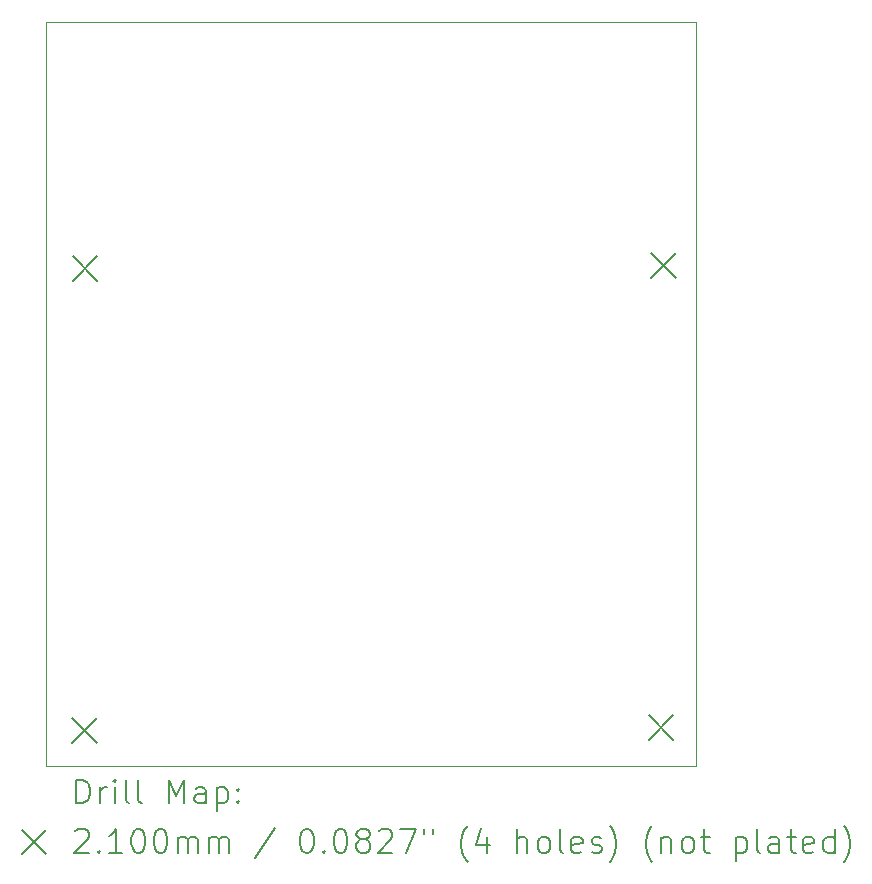
<source format=gbr>
%TF.GenerationSoftware,KiCad,Pcbnew,8.0.3*%
%TF.CreationDate,2024-12-28T18:33:24+01:00*%
%TF.ProjectId,picoballoon,7069636f-6261-46c6-9c6f-6f6e2e6b6963,rev?*%
%TF.SameCoordinates,Original*%
%TF.FileFunction,Drillmap*%
%TF.FilePolarity,Positive*%
%FSLAX45Y45*%
G04 Gerber Fmt 4.5, Leading zero omitted, Abs format (unit mm)*
G04 Created by KiCad (PCBNEW 8.0.3) date 2024-12-28 18:33:24*
%MOMM*%
%LPD*%
G01*
G04 APERTURE LIST*
%ADD10C,0.100000*%
%ADD11C,0.200000*%
%ADD12C,0.210000*%
G04 APERTURE END LIST*
D10*
X10677000Y-6601000D02*
X16177000Y-6601000D01*
X16177000Y-12901000D01*
X10677000Y-12901000D01*
X10677000Y-6601000D01*
D11*
D12*
X10899000Y-12494000D02*
X11109000Y-12704000D01*
X11109000Y-12494000D02*
X10899000Y-12704000D01*
X10901000Y-8584000D02*
X11111000Y-8794000D01*
X11111000Y-8584000D02*
X10901000Y-8794000D01*
X15778000Y-12475000D02*
X15988000Y-12685000D01*
X15988000Y-12475000D02*
X15778000Y-12685000D01*
X15796000Y-8562000D02*
X16006000Y-8772000D01*
X16006000Y-8562000D02*
X15796000Y-8772000D01*
D11*
X10932777Y-13217484D02*
X10932777Y-13017484D01*
X10932777Y-13017484D02*
X10980396Y-13017484D01*
X10980396Y-13017484D02*
X11008967Y-13027008D01*
X11008967Y-13027008D02*
X11028015Y-13046055D01*
X11028015Y-13046055D02*
X11037539Y-13065103D01*
X11037539Y-13065103D02*
X11047063Y-13103198D01*
X11047063Y-13103198D02*
X11047063Y-13131769D01*
X11047063Y-13131769D02*
X11037539Y-13169865D01*
X11037539Y-13169865D02*
X11028015Y-13188912D01*
X11028015Y-13188912D02*
X11008967Y-13207960D01*
X11008967Y-13207960D02*
X10980396Y-13217484D01*
X10980396Y-13217484D02*
X10932777Y-13217484D01*
X11132777Y-13217484D02*
X11132777Y-13084150D01*
X11132777Y-13122246D02*
X11142301Y-13103198D01*
X11142301Y-13103198D02*
X11151824Y-13093674D01*
X11151824Y-13093674D02*
X11170872Y-13084150D01*
X11170872Y-13084150D02*
X11189920Y-13084150D01*
X11256586Y-13217484D02*
X11256586Y-13084150D01*
X11256586Y-13017484D02*
X11247062Y-13027008D01*
X11247062Y-13027008D02*
X11256586Y-13036531D01*
X11256586Y-13036531D02*
X11266110Y-13027008D01*
X11266110Y-13027008D02*
X11256586Y-13017484D01*
X11256586Y-13017484D02*
X11256586Y-13036531D01*
X11380396Y-13217484D02*
X11361348Y-13207960D01*
X11361348Y-13207960D02*
X11351824Y-13188912D01*
X11351824Y-13188912D02*
X11351824Y-13017484D01*
X11485158Y-13217484D02*
X11466110Y-13207960D01*
X11466110Y-13207960D02*
X11456586Y-13188912D01*
X11456586Y-13188912D02*
X11456586Y-13017484D01*
X11713729Y-13217484D02*
X11713729Y-13017484D01*
X11713729Y-13017484D02*
X11780396Y-13160341D01*
X11780396Y-13160341D02*
X11847062Y-13017484D01*
X11847062Y-13017484D02*
X11847062Y-13217484D01*
X12028015Y-13217484D02*
X12028015Y-13112722D01*
X12028015Y-13112722D02*
X12018491Y-13093674D01*
X12018491Y-13093674D02*
X11999443Y-13084150D01*
X11999443Y-13084150D02*
X11961348Y-13084150D01*
X11961348Y-13084150D02*
X11942301Y-13093674D01*
X12028015Y-13207960D02*
X12008967Y-13217484D01*
X12008967Y-13217484D02*
X11961348Y-13217484D01*
X11961348Y-13217484D02*
X11942301Y-13207960D01*
X11942301Y-13207960D02*
X11932777Y-13188912D01*
X11932777Y-13188912D02*
X11932777Y-13169865D01*
X11932777Y-13169865D02*
X11942301Y-13150817D01*
X11942301Y-13150817D02*
X11961348Y-13141293D01*
X11961348Y-13141293D02*
X12008967Y-13141293D01*
X12008967Y-13141293D02*
X12028015Y-13131769D01*
X12123253Y-13084150D02*
X12123253Y-13284150D01*
X12123253Y-13093674D02*
X12142301Y-13084150D01*
X12142301Y-13084150D02*
X12180396Y-13084150D01*
X12180396Y-13084150D02*
X12199443Y-13093674D01*
X12199443Y-13093674D02*
X12208967Y-13103198D01*
X12208967Y-13103198D02*
X12218491Y-13122246D01*
X12218491Y-13122246D02*
X12218491Y-13179388D01*
X12218491Y-13179388D02*
X12208967Y-13198436D01*
X12208967Y-13198436D02*
X12199443Y-13207960D01*
X12199443Y-13207960D02*
X12180396Y-13217484D01*
X12180396Y-13217484D02*
X12142301Y-13217484D01*
X12142301Y-13217484D02*
X12123253Y-13207960D01*
X12304205Y-13198436D02*
X12313729Y-13207960D01*
X12313729Y-13207960D02*
X12304205Y-13217484D01*
X12304205Y-13217484D02*
X12294682Y-13207960D01*
X12294682Y-13207960D02*
X12304205Y-13198436D01*
X12304205Y-13198436D02*
X12304205Y-13217484D01*
X12304205Y-13093674D02*
X12313729Y-13103198D01*
X12313729Y-13103198D02*
X12304205Y-13112722D01*
X12304205Y-13112722D02*
X12294682Y-13103198D01*
X12294682Y-13103198D02*
X12304205Y-13093674D01*
X12304205Y-13093674D02*
X12304205Y-13112722D01*
X10472000Y-13446000D02*
X10672000Y-13646000D01*
X10672000Y-13446000D02*
X10472000Y-13646000D01*
X10923253Y-13456531D02*
X10932777Y-13447008D01*
X10932777Y-13447008D02*
X10951824Y-13437484D01*
X10951824Y-13437484D02*
X10999444Y-13437484D01*
X10999444Y-13437484D02*
X11018491Y-13447008D01*
X11018491Y-13447008D02*
X11028015Y-13456531D01*
X11028015Y-13456531D02*
X11037539Y-13475579D01*
X11037539Y-13475579D02*
X11037539Y-13494627D01*
X11037539Y-13494627D02*
X11028015Y-13523198D01*
X11028015Y-13523198D02*
X10913729Y-13637484D01*
X10913729Y-13637484D02*
X11037539Y-13637484D01*
X11123253Y-13618436D02*
X11132777Y-13627960D01*
X11132777Y-13627960D02*
X11123253Y-13637484D01*
X11123253Y-13637484D02*
X11113729Y-13627960D01*
X11113729Y-13627960D02*
X11123253Y-13618436D01*
X11123253Y-13618436D02*
X11123253Y-13637484D01*
X11323253Y-13637484D02*
X11208967Y-13637484D01*
X11266110Y-13637484D02*
X11266110Y-13437484D01*
X11266110Y-13437484D02*
X11247062Y-13466055D01*
X11247062Y-13466055D02*
X11228015Y-13485103D01*
X11228015Y-13485103D02*
X11208967Y-13494627D01*
X11447062Y-13437484D02*
X11466110Y-13437484D01*
X11466110Y-13437484D02*
X11485158Y-13447008D01*
X11485158Y-13447008D02*
X11494682Y-13456531D01*
X11494682Y-13456531D02*
X11504205Y-13475579D01*
X11504205Y-13475579D02*
X11513729Y-13513674D01*
X11513729Y-13513674D02*
X11513729Y-13561293D01*
X11513729Y-13561293D02*
X11504205Y-13599388D01*
X11504205Y-13599388D02*
X11494682Y-13618436D01*
X11494682Y-13618436D02*
X11485158Y-13627960D01*
X11485158Y-13627960D02*
X11466110Y-13637484D01*
X11466110Y-13637484D02*
X11447062Y-13637484D01*
X11447062Y-13637484D02*
X11428015Y-13627960D01*
X11428015Y-13627960D02*
X11418491Y-13618436D01*
X11418491Y-13618436D02*
X11408967Y-13599388D01*
X11408967Y-13599388D02*
X11399443Y-13561293D01*
X11399443Y-13561293D02*
X11399443Y-13513674D01*
X11399443Y-13513674D02*
X11408967Y-13475579D01*
X11408967Y-13475579D02*
X11418491Y-13456531D01*
X11418491Y-13456531D02*
X11428015Y-13447008D01*
X11428015Y-13447008D02*
X11447062Y-13437484D01*
X11637539Y-13437484D02*
X11656586Y-13437484D01*
X11656586Y-13437484D02*
X11675634Y-13447008D01*
X11675634Y-13447008D02*
X11685158Y-13456531D01*
X11685158Y-13456531D02*
X11694682Y-13475579D01*
X11694682Y-13475579D02*
X11704205Y-13513674D01*
X11704205Y-13513674D02*
X11704205Y-13561293D01*
X11704205Y-13561293D02*
X11694682Y-13599388D01*
X11694682Y-13599388D02*
X11685158Y-13618436D01*
X11685158Y-13618436D02*
X11675634Y-13627960D01*
X11675634Y-13627960D02*
X11656586Y-13637484D01*
X11656586Y-13637484D02*
X11637539Y-13637484D01*
X11637539Y-13637484D02*
X11618491Y-13627960D01*
X11618491Y-13627960D02*
X11608967Y-13618436D01*
X11608967Y-13618436D02*
X11599443Y-13599388D01*
X11599443Y-13599388D02*
X11589920Y-13561293D01*
X11589920Y-13561293D02*
X11589920Y-13513674D01*
X11589920Y-13513674D02*
X11599443Y-13475579D01*
X11599443Y-13475579D02*
X11608967Y-13456531D01*
X11608967Y-13456531D02*
X11618491Y-13447008D01*
X11618491Y-13447008D02*
X11637539Y-13437484D01*
X11789920Y-13637484D02*
X11789920Y-13504150D01*
X11789920Y-13523198D02*
X11799443Y-13513674D01*
X11799443Y-13513674D02*
X11818491Y-13504150D01*
X11818491Y-13504150D02*
X11847063Y-13504150D01*
X11847063Y-13504150D02*
X11866110Y-13513674D01*
X11866110Y-13513674D02*
X11875634Y-13532722D01*
X11875634Y-13532722D02*
X11875634Y-13637484D01*
X11875634Y-13532722D02*
X11885158Y-13513674D01*
X11885158Y-13513674D02*
X11904205Y-13504150D01*
X11904205Y-13504150D02*
X11932777Y-13504150D01*
X11932777Y-13504150D02*
X11951824Y-13513674D01*
X11951824Y-13513674D02*
X11961348Y-13532722D01*
X11961348Y-13532722D02*
X11961348Y-13637484D01*
X12056586Y-13637484D02*
X12056586Y-13504150D01*
X12056586Y-13523198D02*
X12066110Y-13513674D01*
X12066110Y-13513674D02*
X12085158Y-13504150D01*
X12085158Y-13504150D02*
X12113729Y-13504150D01*
X12113729Y-13504150D02*
X12132777Y-13513674D01*
X12132777Y-13513674D02*
X12142301Y-13532722D01*
X12142301Y-13532722D02*
X12142301Y-13637484D01*
X12142301Y-13532722D02*
X12151824Y-13513674D01*
X12151824Y-13513674D02*
X12170872Y-13504150D01*
X12170872Y-13504150D02*
X12199443Y-13504150D01*
X12199443Y-13504150D02*
X12218491Y-13513674D01*
X12218491Y-13513674D02*
X12228015Y-13532722D01*
X12228015Y-13532722D02*
X12228015Y-13637484D01*
X12618491Y-13427960D02*
X12447063Y-13685103D01*
X12875634Y-13437484D02*
X12894682Y-13437484D01*
X12894682Y-13437484D02*
X12913729Y-13447008D01*
X12913729Y-13447008D02*
X12923253Y-13456531D01*
X12923253Y-13456531D02*
X12932777Y-13475579D01*
X12932777Y-13475579D02*
X12942301Y-13513674D01*
X12942301Y-13513674D02*
X12942301Y-13561293D01*
X12942301Y-13561293D02*
X12932777Y-13599388D01*
X12932777Y-13599388D02*
X12923253Y-13618436D01*
X12923253Y-13618436D02*
X12913729Y-13627960D01*
X12913729Y-13627960D02*
X12894682Y-13637484D01*
X12894682Y-13637484D02*
X12875634Y-13637484D01*
X12875634Y-13637484D02*
X12856586Y-13627960D01*
X12856586Y-13627960D02*
X12847063Y-13618436D01*
X12847063Y-13618436D02*
X12837539Y-13599388D01*
X12837539Y-13599388D02*
X12828015Y-13561293D01*
X12828015Y-13561293D02*
X12828015Y-13513674D01*
X12828015Y-13513674D02*
X12837539Y-13475579D01*
X12837539Y-13475579D02*
X12847063Y-13456531D01*
X12847063Y-13456531D02*
X12856586Y-13447008D01*
X12856586Y-13447008D02*
X12875634Y-13437484D01*
X13028015Y-13618436D02*
X13037539Y-13627960D01*
X13037539Y-13627960D02*
X13028015Y-13637484D01*
X13028015Y-13637484D02*
X13018491Y-13627960D01*
X13018491Y-13627960D02*
X13028015Y-13618436D01*
X13028015Y-13618436D02*
X13028015Y-13637484D01*
X13161348Y-13437484D02*
X13180396Y-13437484D01*
X13180396Y-13437484D02*
X13199444Y-13447008D01*
X13199444Y-13447008D02*
X13208967Y-13456531D01*
X13208967Y-13456531D02*
X13218491Y-13475579D01*
X13218491Y-13475579D02*
X13228015Y-13513674D01*
X13228015Y-13513674D02*
X13228015Y-13561293D01*
X13228015Y-13561293D02*
X13218491Y-13599388D01*
X13218491Y-13599388D02*
X13208967Y-13618436D01*
X13208967Y-13618436D02*
X13199444Y-13627960D01*
X13199444Y-13627960D02*
X13180396Y-13637484D01*
X13180396Y-13637484D02*
X13161348Y-13637484D01*
X13161348Y-13637484D02*
X13142301Y-13627960D01*
X13142301Y-13627960D02*
X13132777Y-13618436D01*
X13132777Y-13618436D02*
X13123253Y-13599388D01*
X13123253Y-13599388D02*
X13113729Y-13561293D01*
X13113729Y-13561293D02*
X13113729Y-13513674D01*
X13113729Y-13513674D02*
X13123253Y-13475579D01*
X13123253Y-13475579D02*
X13132777Y-13456531D01*
X13132777Y-13456531D02*
X13142301Y-13447008D01*
X13142301Y-13447008D02*
X13161348Y-13437484D01*
X13342301Y-13523198D02*
X13323253Y-13513674D01*
X13323253Y-13513674D02*
X13313729Y-13504150D01*
X13313729Y-13504150D02*
X13304206Y-13485103D01*
X13304206Y-13485103D02*
X13304206Y-13475579D01*
X13304206Y-13475579D02*
X13313729Y-13456531D01*
X13313729Y-13456531D02*
X13323253Y-13447008D01*
X13323253Y-13447008D02*
X13342301Y-13437484D01*
X13342301Y-13437484D02*
X13380396Y-13437484D01*
X13380396Y-13437484D02*
X13399444Y-13447008D01*
X13399444Y-13447008D02*
X13408967Y-13456531D01*
X13408967Y-13456531D02*
X13418491Y-13475579D01*
X13418491Y-13475579D02*
X13418491Y-13485103D01*
X13418491Y-13485103D02*
X13408967Y-13504150D01*
X13408967Y-13504150D02*
X13399444Y-13513674D01*
X13399444Y-13513674D02*
X13380396Y-13523198D01*
X13380396Y-13523198D02*
X13342301Y-13523198D01*
X13342301Y-13523198D02*
X13323253Y-13532722D01*
X13323253Y-13532722D02*
X13313729Y-13542246D01*
X13313729Y-13542246D02*
X13304206Y-13561293D01*
X13304206Y-13561293D02*
X13304206Y-13599388D01*
X13304206Y-13599388D02*
X13313729Y-13618436D01*
X13313729Y-13618436D02*
X13323253Y-13627960D01*
X13323253Y-13627960D02*
X13342301Y-13637484D01*
X13342301Y-13637484D02*
X13380396Y-13637484D01*
X13380396Y-13637484D02*
X13399444Y-13627960D01*
X13399444Y-13627960D02*
X13408967Y-13618436D01*
X13408967Y-13618436D02*
X13418491Y-13599388D01*
X13418491Y-13599388D02*
X13418491Y-13561293D01*
X13418491Y-13561293D02*
X13408967Y-13542246D01*
X13408967Y-13542246D02*
X13399444Y-13532722D01*
X13399444Y-13532722D02*
X13380396Y-13523198D01*
X13494682Y-13456531D02*
X13504206Y-13447008D01*
X13504206Y-13447008D02*
X13523253Y-13437484D01*
X13523253Y-13437484D02*
X13570872Y-13437484D01*
X13570872Y-13437484D02*
X13589920Y-13447008D01*
X13589920Y-13447008D02*
X13599444Y-13456531D01*
X13599444Y-13456531D02*
X13608967Y-13475579D01*
X13608967Y-13475579D02*
X13608967Y-13494627D01*
X13608967Y-13494627D02*
X13599444Y-13523198D01*
X13599444Y-13523198D02*
X13485158Y-13637484D01*
X13485158Y-13637484D02*
X13608967Y-13637484D01*
X13675634Y-13437484D02*
X13808967Y-13437484D01*
X13808967Y-13437484D02*
X13723253Y-13637484D01*
X13875634Y-13437484D02*
X13875634Y-13475579D01*
X13951825Y-13437484D02*
X13951825Y-13475579D01*
X14247063Y-13713674D02*
X14237539Y-13704150D01*
X14237539Y-13704150D02*
X14218491Y-13675579D01*
X14218491Y-13675579D02*
X14208968Y-13656531D01*
X14208968Y-13656531D02*
X14199444Y-13627960D01*
X14199444Y-13627960D02*
X14189920Y-13580341D01*
X14189920Y-13580341D02*
X14189920Y-13542246D01*
X14189920Y-13542246D02*
X14199444Y-13494627D01*
X14199444Y-13494627D02*
X14208968Y-13466055D01*
X14208968Y-13466055D02*
X14218491Y-13447008D01*
X14218491Y-13447008D02*
X14237539Y-13418436D01*
X14237539Y-13418436D02*
X14247063Y-13408912D01*
X14408968Y-13504150D02*
X14408968Y-13637484D01*
X14361348Y-13427960D02*
X14313729Y-13570817D01*
X14313729Y-13570817D02*
X14437539Y-13570817D01*
X14666110Y-13637484D02*
X14666110Y-13437484D01*
X14751825Y-13637484D02*
X14751825Y-13532722D01*
X14751825Y-13532722D02*
X14742301Y-13513674D01*
X14742301Y-13513674D02*
X14723253Y-13504150D01*
X14723253Y-13504150D02*
X14694682Y-13504150D01*
X14694682Y-13504150D02*
X14675634Y-13513674D01*
X14675634Y-13513674D02*
X14666110Y-13523198D01*
X14875634Y-13637484D02*
X14856587Y-13627960D01*
X14856587Y-13627960D02*
X14847063Y-13618436D01*
X14847063Y-13618436D02*
X14837539Y-13599388D01*
X14837539Y-13599388D02*
X14837539Y-13542246D01*
X14837539Y-13542246D02*
X14847063Y-13523198D01*
X14847063Y-13523198D02*
X14856587Y-13513674D01*
X14856587Y-13513674D02*
X14875634Y-13504150D01*
X14875634Y-13504150D02*
X14904206Y-13504150D01*
X14904206Y-13504150D02*
X14923253Y-13513674D01*
X14923253Y-13513674D02*
X14932777Y-13523198D01*
X14932777Y-13523198D02*
X14942301Y-13542246D01*
X14942301Y-13542246D02*
X14942301Y-13599388D01*
X14942301Y-13599388D02*
X14932777Y-13618436D01*
X14932777Y-13618436D02*
X14923253Y-13627960D01*
X14923253Y-13627960D02*
X14904206Y-13637484D01*
X14904206Y-13637484D02*
X14875634Y-13637484D01*
X15056587Y-13637484D02*
X15037539Y-13627960D01*
X15037539Y-13627960D02*
X15028015Y-13608912D01*
X15028015Y-13608912D02*
X15028015Y-13437484D01*
X15208968Y-13627960D02*
X15189920Y-13637484D01*
X15189920Y-13637484D02*
X15151825Y-13637484D01*
X15151825Y-13637484D02*
X15132777Y-13627960D01*
X15132777Y-13627960D02*
X15123253Y-13608912D01*
X15123253Y-13608912D02*
X15123253Y-13532722D01*
X15123253Y-13532722D02*
X15132777Y-13513674D01*
X15132777Y-13513674D02*
X15151825Y-13504150D01*
X15151825Y-13504150D02*
X15189920Y-13504150D01*
X15189920Y-13504150D02*
X15208968Y-13513674D01*
X15208968Y-13513674D02*
X15218491Y-13532722D01*
X15218491Y-13532722D02*
X15218491Y-13551769D01*
X15218491Y-13551769D02*
X15123253Y-13570817D01*
X15294682Y-13627960D02*
X15313730Y-13637484D01*
X15313730Y-13637484D02*
X15351825Y-13637484D01*
X15351825Y-13637484D02*
X15370872Y-13627960D01*
X15370872Y-13627960D02*
X15380396Y-13608912D01*
X15380396Y-13608912D02*
X15380396Y-13599388D01*
X15380396Y-13599388D02*
X15370872Y-13580341D01*
X15370872Y-13580341D02*
X15351825Y-13570817D01*
X15351825Y-13570817D02*
X15323253Y-13570817D01*
X15323253Y-13570817D02*
X15304206Y-13561293D01*
X15304206Y-13561293D02*
X15294682Y-13542246D01*
X15294682Y-13542246D02*
X15294682Y-13532722D01*
X15294682Y-13532722D02*
X15304206Y-13513674D01*
X15304206Y-13513674D02*
X15323253Y-13504150D01*
X15323253Y-13504150D02*
X15351825Y-13504150D01*
X15351825Y-13504150D02*
X15370872Y-13513674D01*
X15447063Y-13713674D02*
X15456587Y-13704150D01*
X15456587Y-13704150D02*
X15475634Y-13675579D01*
X15475634Y-13675579D02*
X15485158Y-13656531D01*
X15485158Y-13656531D02*
X15494682Y-13627960D01*
X15494682Y-13627960D02*
X15504206Y-13580341D01*
X15504206Y-13580341D02*
X15504206Y-13542246D01*
X15504206Y-13542246D02*
X15494682Y-13494627D01*
X15494682Y-13494627D02*
X15485158Y-13466055D01*
X15485158Y-13466055D02*
X15475634Y-13447008D01*
X15475634Y-13447008D02*
X15456587Y-13418436D01*
X15456587Y-13418436D02*
X15447063Y-13408912D01*
X15808968Y-13713674D02*
X15799444Y-13704150D01*
X15799444Y-13704150D02*
X15780396Y-13675579D01*
X15780396Y-13675579D02*
X15770872Y-13656531D01*
X15770872Y-13656531D02*
X15761349Y-13627960D01*
X15761349Y-13627960D02*
X15751825Y-13580341D01*
X15751825Y-13580341D02*
X15751825Y-13542246D01*
X15751825Y-13542246D02*
X15761349Y-13494627D01*
X15761349Y-13494627D02*
X15770872Y-13466055D01*
X15770872Y-13466055D02*
X15780396Y-13447008D01*
X15780396Y-13447008D02*
X15799444Y-13418436D01*
X15799444Y-13418436D02*
X15808968Y-13408912D01*
X15885158Y-13504150D02*
X15885158Y-13637484D01*
X15885158Y-13523198D02*
X15894682Y-13513674D01*
X15894682Y-13513674D02*
X15913730Y-13504150D01*
X15913730Y-13504150D02*
X15942301Y-13504150D01*
X15942301Y-13504150D02*
X15961349Y-13513674D01*
X15961349Y-13513674D02*
X15970872Y-13532722D01*
X15970872Y-13532722D02*
X15970872Y-13637484D01*
X16094682Y-13637484D02*
X16075634Y-13627960D01*
X16075634Y-13627960D02*
X16066111Y-13618436D01*
X16066111Y-13618436D02*
X16056587Y-13599388D01*
X16056587Y-13599388D02*
X16056587Y-13542246D01*
X16056587Y-13542246D02*
X16066111Y-13523198D01*
X16066111Y-13523198D02*
X16075634Y-13513674D01*
X16075634Y-13513674D02*
X16094682Y-13504150D01*
X16094682Y-13504150D02*
X16123253Y-13504150D01*
X16123253Y-13504150D02*
X16142301Y-13513674D01*
X16142301Y-13513674D02*
X16151825Y-13523198D01*
X16151825Y-13523198D02*
X16161349Y-13542246D01*
X16161349Y-13542246D02*
X16161349Y-13599388D01*
X16161349Y-13599388D02*
X16151825Y-13618436D01*
X16151825Y-13618436D02*
X16142301Y-13627960D01*
X16142301Y-13627960D02*
X16123253Y-13637484D01*
X16123253Y-13637484D02*
X16094682Y-13637484D01*
X16218492Y-13504150D02*
X16294682Y-13504150D01*
X16247063Y-13437484D02*
X16247063Y-13608912D01*
X16247063Y-13608912D02*
X16256587Y-13627960D01*
X16256587Y-13627960D02*
X16275634Y-13637484D01*
X16275634Y-13637484D02*
X16294682Y-13637484D01*
X16513730Y-13504150D02*
X16513730Y-13704150D01*
X16513730Y-13513674D02*
X16532777Y-13504150D01*
X16532777Y-13504150D02*
X16570873Y-13504150D01*
X16570873Y-13504150D02*
X16589920Y-13513674D01*
X16589920Y-13513674D02*
X16599444Y-13523198D01*
X16599444Y-13523198D02*
X16608968Y-13542246D01*
X16608968Y-13542246D02*
X16608968Y-13599388D01*
X16608968Y-13599388D02*
X16599444Y-13618436D01*
X16599444Y-13618436D02*
X16589920Y-13627960D01*
X16589920Y-13627960D02*
X16570873Y-13637484D01*
X16570873Y-13637484D02*
X16532777Y-13637484D01*
X16532777Y-13637484D02*
X16513730Y-13627960D01*
X16723253Y-13637484D02*
X16704206Y-13627960D01*
X16704206Y-13627960D02*
X16694682Y-13608912D01*
X16694682Y-13608912D02*
X16694682Y-13437484D01*
X16885158Y-13637484D02*
X16885158Y-13532722D01*
X16885158Y-13532722D02*
X16875635Y-13513674D01*
X16875635Y-13513674D02*
X16856587Y-13504150D01*
X16856587Y-13504150D02*
X16818492Y-13504150D01*
X16818492Y-13504150D02*
X16799444Y-13513674D01*
X16885158Y-13627960D02*
X16866111Y-13637484D01*
X16866111Y-13637484D02*
X16818492Y-13637484D01*
X16818492Y-13637484D02*
X16799444Y-13627960D01*
X16799444Y-13627960D02*
X16789920Y-13608912D01*
X16789920Y-13608912D02*
X16789920Y-13589865D01*
X16789920Y-13589865D02*
X16799444Y-13570817D01*
X16799444Y-13570817D02*
X16818492Y-13561293D01*
X16818492Y-13561293D02*
X16866111Y-13561293D01*
X16866111Y-13561293D02*
X16885158Y-13551769D01*
X16951825Y-13504150D02*
X17028015Y-13504150D01*
X16980396Y-13437484D02*
X16980396Y-13608912D01*
X16980396Y-13608912D02*
X16989920Y-13627960D01*
X16989920Y-13627960D02*
X17008968Y-13637484D01*
X17008968Y-13637484D02*
X17028015Y-13637484D01*
X17170873Y-13627960D02*
X17151825Y-13637484D01*
X17151825Y-13637484D02*
X17113730Y-13637484D01*
X17113730Y-13637484D02*
X17094682Y-13627960D01*
X17094682Y-13627960D02*
X17085158Y-13608912D01*
X17085158Y-13608912D02*
X17085158Y-13532722D01*
X17085158Y-13532722D02*
X17094682Y-13513674D01*
X17094682Y-13513674D02*
X17113730Y-13504150D01*
X17113730Y-13504150D02*
X17151825Y-13504150D01*
X17151825Y-13504150D02*
X17170873Y-13513674D01*
X17170873Y-13513674D02*
X17180396Y-13532722D01*
X17180396Y-13532722D02*
X17180396Y-13551769D01*
X17180396Y-13551769D02*
X17085158Y-13570817D01*
X17351825Y-13637484D02*
X17351825Y-13437484D01*
X17351825Y-13627960D02*
X17332777Y-13637484D01*
X17332777Y-13637484D02*
X17294682Y-13637484D01*
X17294682Y-13637484D02*
X17275635Y-13627960D01*
X17275635Y-13627960D02*
X17266111Y-13618436D01*
X17266111Y-13618436D02*
X17256587Y-13599388D01*
X17256587Y-13599388D02*
X17256587Y-13542246D01*
X17256587Y-13542246D02*
X17266111Y-13523198D01*
X17266111Y-13523198D02*
X17275635Y-13513674D01*
X17275635Y-13513674D02*
X17294682Y-13504150D01*
X17294682Y-13504150D02*
X17332777Y-13504150D01*
X17332777Y-13504150D02*
X17351825Y-13513674D01*
X17428016Y-13713674D02*
X17437539Y-13704150D01*
X17437539Y-13704150D02*
X17456587Y-13675579D01*
X17456587Y-13675579D02*
X17466111Y-13656531D01*
X17466111Y-13656531D02*
X17475635Y-13627960D01*
X17475635Y-13627960D02*
X17485158Y-13580341D01*
X17485158Y-13580341D02*
X17485158Y-13542246D01*
X17485158Y-13542246D02*
X17475635Y-13494627D01*
X17475635Y-13494627D02*
X17466111Y-13466055D01*
X17466111Y-13466055D02*
X17456587Y-13447008D01*
X17456587Y-13447008D02*
X17437539Y-13418436D01*
X17437539Y-13418436D02*
X17428016Y-13408912D01*
M02*

</source>
